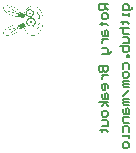
<source format=gbr>
%TF.GenerationSoftware,Altium Limited,Altium Designer,20.1.8 (145)*%
G04 Layer_Color=32896*
%FSLAX43Y43*%
%MOMM*%
%TF.SameCoordinates,5AABE4A0-D283-4886-96A5-05EAE877BFA1*%
%TF.FilePolarity,Positive*%
%TF.FileFunction,Legend,Bot*%
%TF.Part,Single*%
G01*
G75*
%TA.AperFunction,NonConductor*%
%ADD13C,0.152*%
G36*
X27658Y39184D02*
X27757D01*
Y39175D01*
X27815D01*
Y39167D01*
X27856D01*
Y39159D01*
X27889D01*
Y39151D01*
X27922D01*
Y39142D01*
X27956D01*
Y39134D01*
X27980D01*
Y39126D01*
X28013D01*
Y39117D01*
X28038D01*
Y39109D01*
X28063D01*
Y39101D01*
X28080D01*
Y39093D01*
X28104D01*
Y39084D01*
X28129D01*
Y39076D01*
X28146D01*
Y39068D01*
X28162D01*
Y39059D01*
X28187D01*
Y39051D01*
X28204D01*
Y39043D01*
X28220D01*
Y39035D01*
X28237D01*
Y39026D01*
X28253D01*
Y39018D01*
X28270D01*
Y39010D01*
X28287D01*
Y39002D01*
X28303D01*
Y38993D01*
X28320D01*
Y38985D01*
X28336D01*
Y38977D01*
X28353D01*
Y38968D01*
X28361D01*
Y38960D01*
X28378D01*
Y38952D01*
X28394D01*
Y38944D01*
X28402D01*
Y38935D01*
X28419D01*
Y38927D01*
X28427D01*
Y38919D01*
X28444D01*
Y38911D01*
X28460D01*
Y38902D01*
X28469D01*
Y38894D01*
X28477D01*
Y38886D01*
X28493D01*
Y38877D01*
X28502D01*
Y38869D01*
X28518D01*
Y38861D01*
X28526D01*
Y38853D01*
X28535D01*
Y38844D01*
X28543D01*
Y38836D01*
X28560D01*
Y38828D01*
X28568D01*
Y38820D01*
X28576D01*
Y38811D01*
X28584D01*
Y38803D01*
X28593D01*
Y38795D01*
X28609D01*
Y38786D01*
X28617D01*
Y38778D01*
X28626D01*
Y38770D01*
X28634D01*
Y38762D01*
X28642D01*
Y38753D01*
X28651D01*
Y38745D01*
X28659D01*
Y38737D01*
X28667D01*
Y38729D01*
X28675D01*
Y38712D01*
X28684D01*
Y38704D01*
X28692D01*
Y38695D01*
X28700D01*
Y38687D01*
X28717D01*
Y38679D01*
X28733D01*
Y38637D01*
X28742D01*
Y38629D01*
X28750D01*
Y38621D01*
X28758D01*
Y38613D01*
X28783D01*
Y38604D01*
X28800D01*
Y38596D01*
X28816D01*
Y38588D01*
X28833D01*
Y38580D01*
X28857D01*
Y38571D01*
X28874D01*
Y38563D01*
X28891D01*
Y38555D01*
X28907D01*
Y38546D01*
X28924D01*
Y38538D01*
X28948D01*
Y38530D01*
X28965D01*
Y38522D01*
X28982D01*
Y38513D01*
X28998D01*
Y38505D01*
X29023D01*
Y38497D01*
X29039D01*
Y38489D01*
X29048D01*
Y38505D01*
X29056D01*
Y38530D01*
X29064D01*
Y38555D01*
X29073D01*
Y38571D01*
X29081D01*
Y38588D01*
X29089D01*
Y38613D01*
X29097D01*
Y38629D01*
X29106D01*
Y38646D01*
X29114D01*
Y38662D01*
X29122D01*
Y38679D01*
X29131D01*
Y38695D01*
X29139D01*
Y38704D01*
X29147D01*
Y38720D01*
X29155D01*
Y38737D01*
X29164D01*
Y38753D01*
X29172D01*
Y38762D01*
X29180D01*
Y38778D01*
X29188D01*
Y38786D01*
X29197D01*
Y38803D01*
X29205D01*
Y38811D01*
X29213D01*
Y38828D01*
X29222D01*
Y38836D01*
X29230D01*
Y38844D01*
X29238D01*
Y38861D01*
X29246D01*
Y38869D01*
X29255D01*
Y38877D01*
X29263D01*
Y38886D01*
X29271D01*
Y38902D01*
X29279D01*
Y38911D01*
X29288D01*
Y38919D01*
X29296D01*
Y38927D01*
X29304D01*
Y38935D01*
X29313D01*
Y38944D01*
X29321D01*
Y38952D01*
X29329D01*
Y38960D01*
X29337D01*
Y38968D01*
X29346D01*
Y38977D01*
X29354D01*
Y38985D01*
X29362D01*
Y38993D01*
X29370D01*
Y39002D01*
X29387D01*
Y39010D01*
X29395D01*
Y39018D01*
X29404D01*
Y39026D01*
X29412D01*
Y39035D01*
X29428D01*
Y39043D01*
X29437D01*
Y39051D01*
X29445D01*
Y39059D01*
X29461D01*
Y39068D01*
X29470D01*
Y39076D01*
X29486D01*
Y39084D01*
X29503D01*
Y39093D01*
X29511D01*
Y39101D01*
X29528D01*
Y39109D01*
X29544D01*
Y39117D01*
X29569D01*
Y39126D01*
X29586D01*
Y39134D01*
X29602D01*
Y39142D01*
X29627D01*
Y39151D01*
X29660D01*
Y39159D01*
X29693D01*
Y39167D01*
X29743D01*
Y39175D01*
X29892D01*
Y39167D01*
X29941D01*
Y39159D01*
X29975D01*
Y39151D01*
X29999D01*
Y39142D01*
X30024D01*
Y39134D01*
X30049D01*
Y39126D01*
X30066D01*
Y39117D01*
X30082D01*
Y39109D01*
X30099D01*
Y39101D01*
X30115D01*
Y39093D01*
X30132D01*
Y39084D01*
X30148D01*
Y39076D01*
X30157D01*
Y39068D01*
X30173D01*
Y39059D01*
X30181D01*
Y39051D01*
X30198D01*
Y39043D01*
X30206D01*
Y39035D01*
X30214D01*
Y39026D01*
X30231D01*
Y39018D01*
X30239D01*
Y39010D01*
X30248D01*
Y39002D01*
X30256D01*
Y38993D01*
X30264D01*
Y38985D01*
X30281D01*
Y38977D01*
X30289D01*
Y38968D01*
X30297D01*
Y38960D01*
X30305D01*
Y38952D01*
X30314D01*
Y38944D01*
X30322D01*
Y38935D01*
X30330D01*
Y38927D01*
X30339D01*
Y38911D01*
X30347D01*
Y38902D01*
X30355D01*
Y38894D01*
X30363D01*
Y38886D01*
X30372D01*
Y38877D01*
X30380D01*
Y38861D01*
X30388D01*
Y38853D01*
X30397D01*
Y38844D01*
X30405D01*
Y38828D01*
X30413D01*
Y38820D01*
X30421D01*
Y38811D01*
X30430D01*
Y38795D01*
X30438D01*
Y38786D01*
X30446D01*
Y38770D01*
X30454D01*
Y38762D01*
X30463D01*
Y38745D01*
X30471D01*
Y38729D01*
X30479D01*
Y38720D01*
X30488D01*
Y38704D01*
X30496D01*
Y38687D01*
X30504D01*
Y38671D01*
X30512D01*
Y38654D01*
X30521D01*
Y38637D01*
X30529D01*
Y38621D01*
X30537D01*
Y38604D01*
X30545D01*
Y38580D01*
X30554D01*
Y38563D01*
X30562D01*
Y38546D01*
X30570D01*
Y38522D01*
X30579D01*
Y38505D01*
X30587D01*
Y38480D01*
X30595D01*
Y38455D01*
X30603D01*
Y38431D01*
X30612D01*
Y38398D01*
X30620D01*
Y38373D01*
X30628D01*
Y38340D01*
X30636D01*
Y38306D01*
X30645D01*
Y38265D01*
X30653D01*
Y38224D01*
X30661D01*
Y38174D01*
X30670D01*
Y38116D01*
X30678D01*
Y38025D01*
X30686D01*
Y37769D01*
X30678D01*
Y37678D01*
X30670D01*
Y37620D01*
X30661D01*
Y37570D01*
X30653D01*
Y37529D01*
X30645D01*
Y37487D01*
X30636D01*
Y37454D01*
X30628D01*
Y37421D01*
X30620D01*
Y37396D01*
X30612D01*
Y37363D01*
X30603D01*
Y37338D01*
X30595D01*
Y37314D01*
X30587D01*
Y37289D01*
X30579D01*
Y37272D01*
X30570D01*
Y37247D01*
X30562D01*
Y37231D01*
X30554D01*
Y37214D01*
X30545D01*
Y37189D01*
X30537D01*
Y37173D01*
X30529D01*
Y37156D01*
X30521D01*
Y37140D01*
X30512D01*
Y37123D01*
X30504D01*
Y37107D01*
X30496D01*
Y37090D01*
X30488D01*
Y37074D01*
X30479D01*
Y37065D01*
X30471D01*
Y37049D01*
X30463D01*
Y37032D01*
X30454D01*
Y37024D01*
X30446D01*
Y37007D01*
X30438D01*
Y36999D01*
X30430D01*
Y36983D01*
X30421D01*
Y36974D01*
X30413D01*
Y36958D01*
X30405D01*
Y36949D01*
X30397D01*
Y36941D01*
X30388D01*
Y36933D01*
X30380D01*
Y36916D01*
X30372D01*
Y36908D01*
X30363D01*
Y36900D01*
X30355D01*
Y36892D01*
X30347D01*
Y36883D01*
X30339D01*
Y36867D01*
X30330D01*
Y36858D01*
X30322D01*
Y36850D01*
X30314D01*
Y36842D01*
X30305D01*
Y36834D01*
X30297D01*
Y36825D01*
X30289D01*
Y36817D01*
X30281D01*
Y36809D01*
X30272D01*
Y36801D01*
X30256D01*
Y36792D01*
X30248D01*
Y36784D01*
X30239D01*
Y36776D01*
X30231D01*
Y36767D01*
X30214D01*
Y36759D01*
X30206D01*
Y36751D01*
X30198D01*
Y36743D01*
X30181D01*
Y36734D01*
X30173D01*
Y36726D01*
X30157D01*
Y36718D01*
X30148D01*
Y36709D01*
X30132D01*
Y36701D01*
X30115D01*
Y36693D01*
X30099D01*
Y36685D01*
X30082D01*
Y36676D01*
X30066D01*
Y36668D01*
X30049D01*
Y36660D01*
X30024D01*
Y36652D01*
X29999D01*
Y36643D01*
X29975D01*
Y36635D01*
X29941D01*
Y36627D01*
X29892D01*
Y36618D01*
X29735D01*
Y36627D01*
X29685D01*
Y36635D01*
X29660D01*
Y36643D01*
X29627D01*
Y36652D01*
X29602D01*
Y36660D01*
X29586D01*
Y36668D01*
X29561D01*
Y36676D01*
X29544D01*
Y36685D01*
X29528D01*
Y36693D01*
X29511D01*
Y36701D01*
X29503D01*
Y36709D01*
X29486D01*
Y36718D01*
X29470D01*
Y36726D01*
X29461D01*
Y36734D01*
X29445D01*
Y36743D01*
X29437D01*
Y36751D01*
X29420D01*
Y36759D01*
X29412D01*
Y36767D01*
X29404D01*
Y36776D01*
X29395D01*
Y36784D01*
X29379D01*
Y36792D01*
X29370D01*
Y36801D01*
X29362D01*
Y36809D01*
X29354D01*
Y36817D01*
X29346D01*
Y36825D01*
X29337D01*
Y36834D01*
X29329D01*
Y36842D01*
X29321D01*
Y36850D01*
X29313D01*
Y36858D01*
X29304D01*
Y36867D01*
X29296D01*
Y36875D01*
X29288D01*
Y36883D01*
X29279D01*
Y36892D01*
X29271D01*
Y36908D01*
X29263D01*
Y36916D01*
X29255D01*
Y36925D01*
X29246D01*
Y36933D01*
X29238D01*
Y36949D01*
X29230D01*
Y36958D01*
X29222D01*
Y36966D01*
X29213D01*
Y36983D01*
X29205D01*
Y36991D01*
X29197D01*
Y37007D01*
X29188D01*
Y37016D01*
X29180D01*
Y37032D01*
X29172D01*
Y37040D01*
X29164D01*
Y37057D01*
X29155D01*
Y37074D01*
X29147D01*
Y37090D01*
X29139D01*
Y37098D01*
X29131D01*
Y37115D01*
X29122D01*
Y37132D01*
X29114D01*
Y37148D01*
X29106D01*
Y37165D01*
X29097D01*
Y37181D01*
X29089D01*
Y37206D01*
X29081D01*
Y37223D01*
X29073D01*
Y37239D01*
X29064D01*
Y37264D01*
X29056D01*
Y37280D01*
X29048D01*
Y37305D01*
X29039D01*
Y37330D01*
X29031D01*
Y37322D01*
X29015D01*
Y37314D01*
X28998D01*
Y37305D01*
X28982D01*
Y37297D01*
X28957D01*
Y37289D01*
X28940D01*
Y37280D01*
X28924D01*
Y37272D01*
X28907D01*
Y37264D01*
X28882D01*
Y37256D01*
X28866D01*
Y37247D01*
X28849D01*
Y37239D01*
X28833D01*
Y37231D01*
X28808D01*
Y37223D01*
X28791D01*
Y37214D01*
X28775D01*
Y37206D01*
X28758D01*
Y37189D01*
X28750D01*
Y37181D01*
X28742D01*
Y37156D01*
X28750D01*
Y37148D01*
X28725D01*
Y37140D01*
X28717D01*
Y37132D01*
X28708D01*
Y37123D01*
X28700D01*
Y37115D01*
X28692D01*
Y37107D01*
X28684D01*
Y37098D01*
X28675D01*
Y37090D01*
X28667D01*
Y37082D01*
X28659D01*
Y37074D01*
X28651D01*
Y37065D01*
X28642D01*
Y37057D01*
X28634D01*
Y37049D01*
X28626D01*
Y37040D01*
X28617D01*
Y37032D01*
X28609D01*
Y37024D01*
X28601D01*
Y37016D01*
X28593D01*
Y37007D01*
X28576D01*
Y36999D01*
X28568D01*
Y36991D01*
X28560D01*
Y36983D01*
X28551D01*
Y36974D01*
X28535D01*
Y36966D01*
X28526D01*
Y36958D01*
X28518D01*
Y36949D01*
X28502D01*
Y36941D01*
X28493D01*
Y36933D01*
X28485D01*
Y36925D01*
X28469D01*
Y36916D01*
X28460D01*
Y36908D01*
X28444D01*
Y36900D01*
X28427D01*
Y36892D01*
X28419D01*
Y36883D01*
X28402D01*
Y36875D01*
X28394D01*
Y36867D01*
X28378D01*
Y36858D01*
X28361D01*
Y36850D01*
X28344D01*
Y36842D01*
X28336D01*
Y36834D01*
X28320D01*
Y36825D01*
X28303D01*
Y36817D01*
X28287D01*
Y36809D01*
X28270D01*
Y36801D01*
X28253D01*
Y36792D01*
X28237D01*
Y36784D01*
X28220D01*
Y36776D01*
X28195D01*
Y36767D01*
X28179D01*
Y36759D01*
X28162D01*
Y36751D01*
X28138D01*
Y36743D01*
X28121D01*
Y36734D01*
X28096D01*
Y36726D01*
X28071D01*
Y36718D01*
X28047D01*
Y36709D01*
X28022D01*
Y36701D01*
X27997D01*
Y36693D01*
X27972D01*
Y36685D01*
X27939D01*
Y36676D01*
X27906D01*
Y36668D01*
X27873D01*
Y36660D01*
X27831D01*
Y36652D01*
X27782D01*
Y36643D01*
X27699D01*
Y36635D01*
X27591D01*
Y36643D01*
X27525D01*
Y36652D01*
X27484D01*
Y36660D01*
X27459D01*
Y36668D01*
X27434D01*
Y36676D01*
X27418D01*
Y36685D01*
X27401D01*
Y36693D01*
X27393D01*
Y36701D01*
X27376D01*
Y36709D01*
X27368D01*
Y36718D01*
X27360D01*
Y36726D01*
X27351D01*
Y36734D01*
X27343D01*
Y36751D01*
X27335D01*
Y36759D01*
X27327D01*
Y36776D01*
X27318D01*
Y36792D01*
X27310D01*
Y36834D01*
X27302D01*
Y36867D01*
X27310D01*
Y36916D01*
X27318D01*
Y36941D01*
X27327D01*
Y36958D01*
X27335D01*
Y36974D01*
X27343D01*
Y36991D01*
X27351D01*
Y37007D01*
X27360D01*
Y37016D01*
X27368D01*
Y37032D01*
X27376D01*
Y37040D01*
X27385D01*
Y37057D01*
X27393D01*
Y37065D01*
X27401D01*
Y37074D01*
X27409D01*
Y37090D01*
X27418D01*
Y37098D01*
X27426D01*
Y37107D01*
X27434D01*
Y37115D01*
X27442D01*
Y37123D01*
X27451D01*
Y37132D01*
X27459D01*
Y37140D01*
X27467D01*
Y37148D01*
X27476D01*
Y37156D01*
X27484D01*
Y37165D01*
X27492D01*
Y37173D01*
X27500D01*
Y37181D01*
X27509D01*
Y37189D01*
X27517D01*
Y37198D01*
X27525D01*
Y37206D01*
X27542D01*
Y37214D01*
X27550D01*
Y37223D01*
X27558D01*
Y37231D01*
X27567D01*
Y37239D01*
X27575D01*
Y37247D01*
X27591D01*
Y37256D01*
X27600D01*
Y37264D01*
X27616D01*
Y37272D01*
X27625D01*
Y37280D01*
X27633D01*
Y37289D01*
X27649D01*
Y37297D01*
X27658D01*
Y37305D01*
X27674D01*
Y37314D01*
X27682D01*
Y37322D01*
X27699D01*
Y37330D01*
X27716D01*
Y37338D01*
X27724D01*
Y37347D01*
X27740D01*
Y37355D01*
X27757D01*
Y37363D01*
X27765D01*
Y37371D01*
X27782D01*
Y37380D01*
X27798D01*
Y37388D01*
X27815D01*
Y37396D01*
X27831D01*
Y37405D01*
X27848D01*
Y37413D01*
X27865D01*
Y37421D01*
X27881D01*
Y37429D01*
X27898D01*
Y37438D01*
X27914D01*
Y37446D01*
X27939D01*
Y37454D01*
X27956D01*
Y37462D01*
X27972D01*
Y37471D01*
X27997D01*
Y37479D01*
X28022D01*
Y37487D01*
X28038D01*
Y37496D01*
X28063D01*
Y37504D01*
X28088D01*
Y37512D01*
X28113D01*
Y37520D01*
X28138D01*
Y37529D01*
X28171D01*
Y37537D01*
X28204D01*
Y37545D01*
X28237D01*
Y37554D01*
X28278D01*
Y37562D01*
X28328D01*
Y37570D01*
X28394D01*
Y37578D01*
X28551D01*
Y37570D01*
X28609D01*
Y37562D01*
X28642D01*
Y37570D01*
X28659D01*
Y37578D01*
X28675D01*
Y37587D01*
X28692D01*
Y37595D01*
X28717D01*
Y37603D01*
X28733D01*
Y37611D01*
X28750D01*
Y37620D01*
X28766D01*
Y37628D01*
X28791D01*
Y37636D01*
X28808D01*
Y37645D01*
X28824D01*
Y37653D01*
X28841D01*
Y37661D01*
X28857D01*
Y37669D01*
X28882D01*
Y37678D01*
X28899D01*
Y37686D01*
X28915D01*
Y37694D01*
X28932D01*
Y37702D01*
X28957D01*
Y37736D01*
X28948D01*
Y38058D01*
X28957D01*
Y38116D01*
X28940D01*
Y38124D01*
X28924D01*
Y38133D01*
X28899D01*
Y38141D01*
X28882D01*
Y38149D01*
X28866D01*
Y38158D01*
X28849D01*
Y38166D01*
X28833D01*
Y38174D01*
X28808D01*
Y38182D01*
X28791D01*
Y38191D01*
X28775D01*
Y38199D01*
X28758D01*
Y38207D01*
X28733D01*
Y38215D01*
X28717D01*
Y38224D01*
X28700D01*
Y38232D01*
X28684D01*
Y38240D01*
X28659D01*
Y38249D01*
X28642D01*
Y38257D01*
X28626D01*
Y38265D01*
X28601D01*
Y38257D01*
X28551D01*
Y38249D01*
X28378D01*
Y38257D01*
X28311D01*
Y38265D01*
X28262D01*
Y38273D01*
X28220D01*
Y38282D01*
X28187D01*
Y38290D01*
X28154D01*
Y38298D01*
X28129D01*
Y38306D01*
X28096D01*
Y38315D01*
X28071D01*
Y38323D01*
X28047D01*
Y38331D01*
X28030D01*
Y38340D01*
X28005D01*
Y38348D01*
X27980D01*
Y38356D01*
X27964D01*
Y38364D01*
X27939D01*
Y38373D01*
X27922D01*
Y38381D01*
X27906D01*
Y38389D01*
X27889D01*
Y38398D01*
X27865D01*
Y38406D01*
X27848D01*
Y38414D01*
X27831D01*
Y38422D01*
X27815D01*
Y38431D01*
X27798D01*
Y38439D01*
X27782D01*
Y38447D01*
X27773D01*
Y38455D01*
X27757D01*
Y38464D01*
X27740D01*
Y38472D01*
X27724D01*
Y38480D01*
X27716D01*
Y38489D01*
X27699D01*
Y38497D01*
X27682D01*
Y38505D01*
X27674D01*
Y38513D01*
X27658D01*
Y38522D01*
X27649D01*
Y38530D01*
X27633D01*
Y38538D01*
X27625D01*
Y38546D01*
X27608D01*
Y38555D01*
X27600D01*
Y38563D01*
X27591D01*
Y38571D01*
X27575D01*
Y38580D01*
X27567D01*
Y38588D01*
X27558D01*
Y38596D01*
X27550D01*
Y38604D01*
X27534D01*
Y38613D01*
X27525D01*
Y38621D01*
X27517D01*
Y38629D01*
X27509D01*
Y38637D01*
X27500D01*
Y38646D01*
X27492D01*
Y38654D01*
X27476D01*
Y38662D01*
X27467D01*
Y38671D01*
X27459D01*
Y38679D01*
X27451D01*
Y38687D01*
X27442D01*
Y38695D01*
X27434D01*
Y38712D01*
X27426D01*
Y38720D01*
X27418D01*
Y38729D01*
X27409D01*
Y38737D01*
X27401D01*
Y38745D01*
X27393D01*
Y38753D01*
X27385D01*
Y38770D01*
X27376D01*
Y38778D01*
X27368D01*
Y38795D01*
X27360D01*
Y38803D01*
X27351D01*
Y38820D01*
X27343D01*
Y38828D01*
X27335D01*
Y38844D01*
X27327D01*
Y38861D01*
X27318D01*
Y38886D01*
X27310D01*
Y38902D01*
X27302D01*
Y38944D01*
X27294D01*
Y39010D01*
X27302D01*
Y39035D01*
X27310D01*
Y39051D01*
X27318D01*
Y39068D01*
X27327D01*
Y39084D01*
X27335D01*
Y39093D01*
X27343D01*
Y39101D01*
X27351D01*
Y39109D01*
X27360D01*
Y39117D01*
X27368D01*
Y39126D01*
X27385D01*
Y39134D01*
X27393D01*
Y39142D01*
X27409D01*
Y39151D01*
X27434D01*
Y39159D01*
X27451D01*
Y39167D01*
X27484D01*
Y39175D01*
X27517D01*
Y39184D01*
X27608D01*
Y39192D01*
X27658D01*
Y39184D01*
D02*
G37*
%LPC*%
G36*
X28717Y38621D02*
X28708D01*
Y38604D01*
X28700D01*
Y38580D01*
X28692D01*
Y38563D01*
X28684D01*
Y38546D01*
X28675D01*
Y38530D01*
X28667D01*
Y38505D01*
X28675D01*
Y38522D01*
X28684D01*
Y38538D01*
X28692D01*
Y38555D01*
X28700D01*
Y38571D01*
X28708D01*
Y38596D01*
X28717D01*
Y38621D01*
D02*
G37*
G36*
X27716Y39159D02*
X27558D01*
Y39151D01*
X27500D01*
Y39142D01*
X27467D01*
Y39134D01*
X27442D01*
Y39126D01*
X27426D01*
Y39117D01*
X27409D01*
Y39109D01*
X27393D01*
Y39101D01*
X27385D01*
Y39093D01*
X27376D01*
Y39084D01*
X27368D01*
Y39076D01*
X27360D01*
Y39068D01*
X27351D01*
Y39059D01*
X27343D01*
Y39043D01*
X27335D01*
Y39018D01*
X27327D01*
Y38927D01*
X27335D01*
Y38894D01*
X27343D01*
Y38877D01*
X27351D01*
Y38861D01*
X27360D01*
Y38844D01*
X27368D01*
Y38828D01*
X27376D01*
Y38811D01*
X27385D01*
Y38803D01*
X27393D01*
Y38795D01*
X27401D01*
Y38778D01*
X27409D01*
Y38770D01*
X27418D01*
Y38762D01*
X27426D01*
Y38753D01*
X27434D01*
Y38737D01*
X27442D01*
Y38729D01*
X27451D01*
Y38720D01*
X27459D01*
Y38712D01*
X27467D01*
Y38704D01*
X27476D01*
Y38695D01*
X27484D01*
Y38687D01*
X27492D01*
Y38679D01*
X27500D01*
Y38671D01*
X27509D01*
Y38662D01*
X27517D01*
Y38654D01*
X27525D01*
Y38646D01*
X27542D01*
Y38637D01*
X27550D01*
Y38629D01*
X27558D01*
Y38621D01*
X27567D01*
Y38613D01*
X27583D01*
Y38604D01*
X27591D01*
Y38596D01*
X27600D01*
Y38588D01*
X27616D01*
Y38580D01*
X27625D01*
Y38571D01*
X27633D01*
Y38563D01*
X27649D01*
Y38555D01*
X27658D01*
Y38546D01*
X27674D01*
Y38538D01*
X27682D01*
Y38530D01*
X27699D01*
Y38522D01*
X27716D01*
Y38513D01*
X27724D01*
Y38505D01*
X27740D01*
Y38497D01*
X27757D01*
Y38489D01*
X27765D01*
Y38480D01*
X27782D01*
Y38472D01*
X27798D01*
Y38464D01*
X27815D01*
Y38455D01*
X27831D01*
Y38447D01*
X27848D01*
Y38439D01*
X27865D01*
Y38431D01*
X27881D01*
Y38422D01*
X27898D01*
Y38414D01*
X27914D01*
Y38406D01*
X27939D01*
Y38398D01*
X27956D01*
Y38389D01*
X27972D01*
Y38381D01*
X27997D01*
Y38373D01*
X28022D01*
Y38364D01*
X28038D01*
Y38356D01*
X28063D01*
Y38348D01*
X28088D01*
Y38340D01*
X28113D01*
Y38331D01*
X28146D01*
Y38323D01*
X28179D01*
Y38315D01*
X28204D01*
Y38306D01*
X28245D01*
Y38298D01*
X28287D01*
Y38290D01*
X28344D01*
Y38282D01*
X28518D01*
Y38298D01*
X28526D01*
Y38315D01*
X28535D01*
Y38331D01*
X28543D01*
Y38348D01*
X28551D01*
Y38373D01*
X28560D01*
Y38389D01*
X28568D01*
Y38406D01*
X28576D01*
Y38422D01*
X28584D01*
Y38447D01*
X28593D01*
Y38464D01*
X28601D01*
Y38480D01*
X28609D01*
Y38489D01*
X28601D01*
Y38497D01*
X28584D01*
Y38505D01*
X28568D01*
Y38513D01*
X28551D01*
Y38522D01*
X28543D01*
Y38530D01*
X28526D01*
Y38538D01*
X28510D01*
Y38546D01*
X28502D01*
Y38555D01*
X28485D01*
Y38563D01*
X28469D01*
Y38571D01*
X28460D01*
Y38580D01*
X28444D01*
Y38588D01*
X28427D01*
Y38596D01*
X28419D01*
Y38604D01*
X28402D01*
Y38613D01*
X28394D01*
Y38621D01*
X28378D01*
Y38629D01*
X28361D01*
Y38637D01*
X28353D01*
Y38646D01*
X28336D01*
Y38654D01*
X28328D01*
Y38662D01*
X28311D01*
Y38671D01*
X28303D01*
Y38679D01*
X28287D01*
Y38687D01*
X28278D01*
Y38695D01*
X28262D01*
Y38704D01*
X28253D01*
Y38712D01*
X28237D01*
Y38720D01*
X28229D01*
Y38729D01*
X28212D01*
Y38737D01*
X28204D01*
Y38745D01*
X28187D01*
Y38753D01*
X28179D01*
Y38762D01*
X28162D01*
Y38770D01*
X28154D01*
Y38778D01*
X28138D01*
Y38786D01*
X28129D01*
Y38795D01*
X28121D01*
Y38803D01*
X28104D01*
Y38811D01*
X28096D01*
Y38820D01*
X28080D01*
Y38828D01*
X28071D01*
Y38836D01*
X28055D01*
Y38844D01*
X28047D01*
Y38853D01*
X28038D01*
Y38861D01*
X28022D01*
Y38869D01*
X28013D01*
Y38877D01*
X27997D01*
Y38886D01*
X27989D01*
Y38894D01*
X27980D01*
Y38902D01*
X27964D01*
Y38911D01*
X27956D01*
Y38919D01*
X27939D01*
Y38927D01*
X27931D01*
Y38935D01*
X27922D01*
Y38944D01*
X27906D01*
Y38952D01*
X27898D01*
Y38960D01*
X27889D01*
Y38968D01*
X27873D01*
Y38977D01*
X27865D01*
Y38985D01*
X27856D01*
Y38993D01*
X27848D01*
Y39002D01*
X27831D01*
Y39010D01*
X27823D01*
Y39018D01*
X27815D01*
Y39026D01*
X27807D01*
Y39035D01*
X27798D01*
Y39043D01*
X27807D01*
Y39035D01*
X27823D01*
Y39026D01*
X27840D01*
Y39018D01*
X27856D01*
Y39010D01*
X27873D01*
Y39002D01*
X27881D01*
Y38993D01*
X27898D01*
Y38985D01*
X27914D01*
Y38977D01*
X27922D01*
Y38968D01*
X27939D01*
Y38960D01*
X27956D01*
Y38952D01*
X27964D01*
Y38944D01*
X27980D01*
Y38935D01*
X27997D01*
Y38927D01*
X28005D01*
Y38919D01*
X28022D01*
Y38911D01*
X28030D01*
Y38902D01*
X28047D01*
Y38894D01*
X28055D01*
Y38886D01*
X28071D01*
Y38877D01*
X28080D01*
Y38869D01*
X28096D01*
Y38861D01*
X28104D01*
Y38853D01*
X28121D01*
Y38844D01*
X28129D01*
Y38836D01*
X28146D01*
Y38828D01*
X28154D01*
Y38820D01*
X28171D01*
Y38811D01*
X28179D01*
Y38803D01*
X28195D01*
Y38795D01*
X28204D01*
Y38786D01*
X28220D01*
Y38778D01*
X28229D01*
Y38770D01*
X28245D01*
Y38762D01*
X28253D01*
Y38753D01*
X28270D01*
Y38745D01*
X28278D01*
Y38737D01*
X28295D01*
Y38729D01*
X28303D01*
Y38720D01*
X28320D01*
Y38712D01*
X28328D01*
Y38704D01*
X28336D01*
Y38695D01*
X28353D01*
Y38687D01*
X28361D01*
Y38679D01*
X28378D01*
Y38671D01*
X28386D01*
Y38662D01*
X28402D01*
Y38654D01*
X28411D01*
Y38646D01*
X28419D01*
Y38637D01*
X28435D01*
Y38629D01*
X28444D01*
Y38621D01*
X28452D01*
Y38613D01*
X28469D01*
Y38604D01*
X28477D01*
Y38596D01*
X28485D01*
Y38588D01*
X28502D01*
Y38580D01*
X28510D01*
Y38571D01*
X28518D01*
Y38563D01*
X28535D01*
Y38555D01*
X28543D01*
Y38546D01*
X28551D01*
Y38538D01*
X28568D01*
Y38530D01*
X28576D01*
Y38522D01*
X28584D01*
Y38513D01*
X28593D01*
Y38505D01*
X28601D01*
Y38497D01*
X28617D01*
Y38522D01*
X28626D01*
Y38538D01*
X28634D01*
Y38555D01*
X28642D01*
Y38571D01*
X28651D01*
Y38588D01*
X28659D01*
Y38613D01*
X28667D01*
Y38629D01*
X28675D01*
Y38646D01*
X28684D01*
Y38671D01*
X28675D01*
Y38687D01*
X28667D01*
Y38695D01*
X28659D01*
Y38704D01*
X28651D01*
Y38712D01*
X28642D01*
Y38720D01*
X28634D01*
Y38729D01*
X28626D01*
Y38737D01*
X28617D01*
Y38745D01*
X28609D01*
Y38753D01*
X28601D01*
Y38762D01*
X28593D01*
Y38770D01*
X28584D01*
Y38778D01*
X28576D01*
Y38786D01*
X28568D01*
Y38795D01*
X28551D01*
Y38803D01*
X28543D01*
Y38811D01*
X28535D01*
Y38820D01*
X28526D01*
Y38828D01*
X28510D01*
Y38836D01*
X28502D01*
Y38844D01*
X28493D01*
Y38853D01*
X28477D01*
Y38861D01*
X28469D01*
Y38869D01*
X28460D01*
Y38877D01*
X28444D01*
Y38886D01*
X28435D01*
Y38894D01*
X28419D01*
Y38902D01*
X28402D01*
Y38911D01*
X28394D01*
Y38919D01*
X28378D01*
Y38927D01*
X28369D01*
Y38935D01*
X28353D01*
Y38944D01*
X28336D01*
Y38952D01*
X28320D01*
Y38960D01*
X28303D01*
Y38968D01*
X28295D01*
Y38977D01*
X28278D01*
Y38985D01*
X28262D01*
Y38993D01*
X28245D01*
Y39002D01*
X28229D01*
Y39010D01*
X28212D01*
Y39018D01*
X28187D01*
Y39026D01*
X28171D01*
Y39035D01*
X28154D01*
Y39043D01*
X28129D01*
Y39051D01*
X28113D01*
Y39059D01*
X28088D01*
Y39068D01*
X28071D01*
Y39076D01*
X28047D01*
Y39084D01*
X28022D01*
Y39093D01*
X27997D01*
Y39101D01*
X27972D01*
Y39109D01*
X27939D01*
Y39117D01*
X27906D01*
Y39126D01*
X27873D01*
Y39134D01*
X27831D01*
Y39142D01*
X27782D01*
Y39151D01*
X27716D01*
Y39159D01*
D02*
G37*
G36*
X28667Y38505D02*
X28659D01*
Y38489D01*
X28651D01*
Y38472D01*
X28642D01*
Y38455D01*
X28634D01*
Y38431D01*
X28642D01*
Y38447D01*
X28651D01*
Y38464D01*
X28659D01*
Y38480D01*
X28667D01*
Y38505D01*
D02*
G37*
G36*
X28634Y38431D02*
X28626D01*
Y38414D01*
X28617D01*
Y38398D01*
X28609D01*
Y38381D01*
X28601D01*
Y38356D01*
X28609D01*
Y38373D01*
X28617D01*
Y38389D01*
X28626D01*
Y38406D01*
X28634D01*
Y38431D01*
D02*
G37*
G36*
X28601Y38356D02*
X28593D01*
Y38340D01*
X28584D01*
Y38323D01*
X28576D01*
Y38306D01*
X28568D01*
Y38282D01*
X28576D01*
Y38298D01*
X28584D01*
Y38315D01*
X28593D01*
Y38331D01*
X28601D01*
Y38356D01*
D02*
G37*
G36*
X29826Y39151D02*
X29809D01*
Y39142D01*
X29718D01*
Y39134D01*
X29677D01*
Y39126D01*
X29644D01*
Y39117D01*
X29619D01*
Y39109D01*
X29602D01*
Y39101D01*
X29577D01*
Y39093D01*
X29561D01*
Y39084D01*
X29544D01*
Y39076D01*
X29528D01*
Y39068D01*
X29511D01*
Y39059D01*
X29495D01*
Y39051D01*
X29486D01*
Y39043D01*
X29470D01*
Y39035D01*
X29461D01*
Y39026D01*
X29445D01*
Y39018D01*
X29437D01*
Y39010D01*
X29428D01*
Y39002D01*
X29412D01*
Y38993D01*
X29404D01*
Y38985D01*
X29395D01*
Y38977D01*
X29387D01*
Y38968D01*
X29379D01*
Y38960D01*
X29370D01*
Y38952D01*
X29362D01*
Y38944D01*
X29354D01*
Y38935D01*
X29346D01*
Y38927D01*
X29337D01*
Y38919D01*
X29329D01*
Y38911D01*
X29321D01*
Y38902D01*
X29313D01*
Y38894D01*
X29304D01*
Y38886D01*
X29296D01*
Y38877D01*
X29288D01*
Y38869D01*
X29279D01*
Y38853D01*
X29271D01*
Y38844D01*
X29263D01*
Y38836D01*
X29255D01*
Y38820D01*
X29246D01*
Y38811D01*
X29238D01*
Y38803D01*
X29230D01*
Y38786D01*
X29222D01*
Y38778D01*
X29213D01*
Y38762D01*
X29205D01*
Y38753D01*
X29197D01*
Y38737D01*
X29188D01*
Y38720D01*
X29180D01*
Y38712D01*
X29172D01*
Y38695D01*
X29164D01*
Y38679D01*
X29155D01*
Y38662D01*
X29147D01*
Y38646D01*
X29139D01*
Y38629D01*
X29131D01*
Y38613D01*
X29122D01*
Y38596D01*
X29114D01*
Y38580D01*
X29106D01*
Y38555D01*
X29097D01*
Y38538D01*
X29089D01*
Y38513D01*
X29081D01*
Y38497D01*
X29073D01*
Y38472D01*
X29097D01*
Y38464D01*
X29114D01*
Y38455D01*
X29131D01*
Y38447D01*
X29147D01*
Y38439D01*
X29164D01*
Y38431D01*
X29188D01*
Y38422D01*
X29180D01*
Y38406D01*
X29172D01*
Y38389D01*
X29164D01*
Y38373D01*
X29155D01*
Y38348D01*
X29147D01*
Y38331D01*
X29139D01*
Y38315D01*
X29131D01*
Y38298D01*
X29122D01*
Y38273D01*
X29114D01*
Y38257D01*
X29106D01*
Y38240D01*
X29097D01*
Y38224D01*
X29089D01*
Y38199D01*
X29081D01*
Y38182D01*
X29073D01*
Y38166D01*
X29064D01*
Y38149D01*
X29056D01*
Y38133D01*
X29048D01*
Y38108D01*
X29039D01*
Y38091D01*
X29031D01*
Y38083D01*
X29015D01*
Y38091D01*
X28998D01*
Y38100D01*
X28990D01*
Y38091D01*
X28982D01*
Y37984D01*
X28973D01*
Y37810D01*
X28982D01*
Y37719D01*
X28990D01*
Y37727D01*
X29006D01*
Y37736D01*
X29031D01*
Y37744D01*
X29039D01*
Y37736D01*
X29048D01*
Y37719D01*
X29056D01*
Y37702D01*
X29064D01*
Y37686D01*
X29073D01*
Y37661D01*
X29081D01*
Y37645D01*
X29089D01*
Y37628D01*
X29097D01*
Y37611D01*
X29106D01*
Y37587D01*
X29114D01*
Y37570D01*
X29122D01*
Y37554D01*
X29131D01*
Y37537D01*
X29139D01*
Y37512D01*
X29147D01*
Y37496D01*
X29155D01*
Y37479D01*
X29164D01*
Y37462D01*
X29172D01*
Y37446D01*
X29180D01*
Y37421D01*
X29188D01*
Y37405D01*
X29197D01*
Y37396D01*
X29180D01*
Y37388D01*
X29164D01*
Y37380D01*
X29147D01*
Y37371D01*
X29122D01*
Y37363D01*
X29106D01*
Y37355D01*
X29089D01*
Y37347D01*
X29073D01*
Y37338D01*
X29064D01*
Y37322D01*
X29073D01*
Y37297D01*
X29081D01*
Y37280D01*
X29089D01*
Y37256D01*
X29097D01*
Y37239D01*
X29106D01*
Y37214D01*
X29114D01*
Y37198D01*
X29122D01*
Y37181D01*
X29131D01*
Y37165D01*
X29139D01*
Y37148D01*
X29147D01*
Y37132D01*
X29155D01*
Y37115D01*
X29164D01*
Y37098D01*
X29172D01*
Y37082D01*
X29180D01*
Y37074D01*
X29188D01*
Y37057D01*
X29197D01*
Y37040D01*
X29205D01*
Y37032D01*
X29213D01*
Y37016D01*
X29222D01*
Y37007D01*
X29230D01*
Y36991D01*
X29238D01*
Y36983D01*
X29246D01*
Y36966D01*
X29255D01*
Y36958D01*
X29263D01*
Y36949D01*
X29271D01*
Y36941D01*
X29279D01*
Y36925D01*
X29288D01*
Y36916D01*
X29296D01*
Y36908D01*
X29304D01*
Y36900D01*
X29313D01*
Y36892D01*
X29321D01*
Y36883D01*
X29329D01*
Y36875D01*
X29337D01*
Y36867D01*
X29346D01*
Y36858D01*
X29354D01*
Y36850D01*
X29362D01*
Y36842D01*
X29370D01*
Y36834D01*
X29379D01*
Y36825D01*
X29387D01*
Y36817D01*
X29395D01*
Y36809D01*
X29404D01*
Y36801D01*
X29412D01*
Y36792D01*
X29428D01*
Y36784D01*
X29437D01*
Y36776D01*
X29445D01*
Y36767D01*
X29461D01*
Y36759D01*
X29470D01*
Y36751D01*
X29486D01*
Y36743D01*
X29495D01*
Y36734D01*
X29511D01*
Y36726D01*
X29528D01*
Y36718D01*
X29544D01*
Y36709D01*
X29561D01*
Y36701D01*
X29577D01*
Y36693D01*
X29594D01*
Y36685D01*
X29619D01*
Y36676D01*
X29644D01*
Y36668D01*
X29677D01*
Y36660D01*
X29718D01*
Y36652D01*
X29801D01*
Y36643D01*
X29834D01*
Y36652D01*
X29917D01*
Y36660D01*
X29958D01*
Y36668D01*
X29991D01*
Y36676D01*
X30016D01*
Y36685D01*
X30032D01*
Y36693D01*
X30057D01*
Y36701D01*
X30074D01*
Y36709D01*
X30090D01*
Y36718D01*
X30107D01*
Y36726D01*
X30123D01*
Y36734D01*
X30132D01*
Y36743D01*
X30148D01*
Y36751D01*
X30157D01*
Y36759D01*
X30173D01*
Y36767D01*
X30181D01*
Y36776D01*
X30198D01*
Y36784D01*
X30206D01*
Y36792D01*
X30214D01*
Y36801D01*
X30223D01*
Y36809D01*
X30239D01*
Y36817D01*
X30248D01*
Y36825D01*
X30256D01*
Y36834D01*
X30264D01*
Y36842D01*
X30272D01*
Y36850D01*
X30281D01*
Y36858D01*
X30289D01*
Y36867D01*
X30297D01*
Y36875D01*
X30305D01*
Y36883D01*
X30314D01*
Y36892D01*
X30322D01*
Y36900D01*
X30330D01*
Y36908D01*
X30339D01*
Y36925D01*
X30347D01*
Y36933D01*
X30355D01*
Y36941D01*
X30363D01*
Y36949D01*
X30372D01*
Y36966D01*
X30380D01*
Y36974D01*
X30388D01*
Y36983D01*
X30397D01*
Y36999D01*
X30405D01*
Y37007D01*
X30413D01*
Y37024D01*
X30421D01*
Y37032D01*
X30430D01*
Y37049D01*
X30438D01*
Y37065D01*
X30446D01*
Y37074D01*
X30454D01*
Y37090D01*
X30463D01*
Y37107D01*
X30471D01*
Y37123D01*
X30479D01*
Y37140D01*
X30488D01*
Y37148D01*
X30496D01*
Y37173D01*
X30504D01*
Y37189D01*
X30512D01*
Y37206D01*
X30521D01*
Y37223D01*
X30529D01*
Y37239D01*
X30537D01*
Y37264D01*
X30545D01*
Y37289D01*
X30554D01*
Y37305D01*
X30562D01*
Y37330D01*
X30570D01*
Y37355D01*
X30579D01*
Y37380D01*
X30587D01*
Y37413D01*
X30595D01*
Y37446D01*
X30603D01*
Y37471D01*
X30612D01*
Y37512D01*
X30620D01*
Y37554D01*
X30628D01*
Y37595D01*
X30636D01*
Y37653D01*
X30645D01*
Y37736D01*
X30653D01*
Y38058D01*
X30645D01*
Y38141D01*
X30636D01*
Y38199D01*
X30628D01*
Y38240D01*
X30620D01*
Y38282D01*
X30612D01*
Y38323D01*
X30603D01*
Y38348D01*
X30595D01*
Y38381D01*
X30587D01*
Y38414D01*
X30579D01*
Y38439D01*
X30570D01*
Y38464D01*
X30562D01*
Y38489D01*
X30554D01*
Y38505D01*
X30545D01*
Y38530D01*
X30537D01*
Y38555D01*
X30529D01*
Y38571D01*
X30521D01*
Y38588D01*
X30512D01*
Y38604D01*
X30504D01*
Y38621D01*
X30496D01*
Y38637D01*
X30488D01*
Y38654D01*
X30479D01*
Y38671D01*
X30471D01*
Y38687D01*
X30463D01*
Y38704D01*
X30454D01*
Y38720D01*
X30446D01*
Y38729D01*
X30438D01*
Y38745D01*
X30430D01*
Y38762D01*
X30421D01*
Y38770D01*
X30413D01*
Y38786D01*
X30405D01*
Y38795D01*
X30397D01*
Y38811D01*
X30388D01*
Y38820D01*
X30380D01*
Y38828D01*
X30372D01*
Y38844D01*
X30363D01*
Y38853D01*
X30355D01*
Y38861D01*
X30347D01*
Y38869D01*
X30339D01*
Y38877D01*
X30330D01*
Y38894D01*
X30322D01*
Y38902D01*
X30314D01*
Y38911D01*
X30305D01*
Y38919D01*
X30297D01*
Y38927D01*
X30289D01*
Y38935D01*
X30281D01*
Y38944D01*
X30272D01*
Y38952D01*
X30264D01*
Y38960D01*
X30256D01*
Y38968D01*
X30248D01*
Y38977D01*
X30239D01*
Y38985D01*
X30223D01*
Y38993D01*
X30214D01*
Y39002D01*
X30206D01*
Y39010D01*
X30198D01*
Y39018D01*
X30181D01*
Y39026D01*
X30173D01*
Y39035D01*
X30157D01*
Y39043D01*
X30148D01*
Y39051D01*
X30132D01*
Y39059D01*
X30115D01*
Y39068D01*
X30107D01*
Y39076D01*
X30090D01*
Y39084D01*
X30074D01*
Y39093D01*
X30049D01*
Y39101D01*
X30032D01*
Y39109D01*
X30008D01*
Y39117D01*
X29983D01*
Y39126D01*
X29958D01*
Y39134D01*
X29917D01*
Y39142D01*
X29826D01*
Y39151D01*
D02*
G37*
G36*
X28584Y37537D02*
X28576D01*
Y37529D01*
X28584D01*
Y37504D01*
X28593D01*
Y37487D01*
X28601D01*
Y37471D01*
X28609D01*
Y37454D01*
X28617D01*
Y37429D01*
X28626D01*
Y37413D01*
X28634D01*
Y37396D01*
X28642D01*
Y37380D01*
X28651D01*
Y37355D01*
X28659D01*
Y37338D01*
X28667D01*
Y37322D01*
X28675D01*
Y37305D01*
X28684D01*
Y37289D01*
X28692D01*
Y37264D01*
X28700D01*
Y37247D01*
X28708D01*
Y37231D01*
X28717D01*
Y37214D01*
X28725D01*
Y37206D01*
X28733D01*
Y37214D01*
X28725D01*
Y37239D01*
X28717D01*
Y37256D01*
X28708D01*
Y37272D01*
X28700D01*
Y37289D01*
X28692D01*
Y37314D01*
X28684D01*
Y37330D01*
X28675D01*
Y37347D01*
X28667D01*
Y37363D01*
X28659D01*
Y37388D01*
X28651D01*
Y37405D01*
X28642D01*
Y37421D01*
X28634D01*
Y37438D01*
X28626D01*
Y37454D01*
X28617D01*
Y37479D01*
X28609D01*
Y37496D01*
X28601D01*
Y37512D01*
X28593D01*
Y37529D01*
X28584D01*
Y37537D01*
D02*
G37*
G36*
X28526Y37545D02*
X28361D01*
Y37537D01*
X28311D01*
Y37529D01*
X28262D01*
Y37520D01*
X28220D01*
Y37512D01*
X28187D01*
Y37504D01*
X28162D01*
Y37496D01*
X28129D01*
Y37487D01*
X28104D01*
Y37479D01*
X28080D01*
Y37471D01*
X28055D01*
Y37462D01*
X28030D01*
Y37454D01*
X28013D01*
Y37446D01*
X27989D01*
Y37438D01*
X27972D01*
Y37429D01*
X27947D01*
Y37421D01*
X27931D01*
Y37413D01*
X27914D01*
Y37405D01*
X27898D01*
Y37396D01*
X27873D01*
Y37388D01*
X27856D01*
Y37380D01*
X27840D01*
Y37371D01*
X27823D01*
Y37363D01*
X27815D01*
Y37355D01*
X27798D01*
Y37347D01*
X27782D01*
Y37338D01*
X27765D01*
Y37330D01*
X27749D01*
Y37322D01*
X27740D01*
Y37314D01*
X27724D01*
Y37305D01*
X27707D01*
Y37297D01*
X27699D01*
Y37289D01*
X27682D01*
Y37280D01*
X27674D01*
Y37272D01*
X27658D01*
Y37264D01*
X27649D01*
Y37256D01*
X27633D01*
Y37247D01*
X27625D01*
Y37239D01*
X27616D01*
Y37231D01*
X27600D01*
Y37223D01*
X27591D01*
Y37214D01*
X27583D01*
Y37206D01*
X27575D01*
Y37198D01*
X27558D01*
Y37189D01*
X27550D01*
Y37181D01*
X27542D01*
Y37173D01*
X27534D01*
Y37165D01*
X27525D01*
Y37156D01*
X27517D01*
Y37148D01*
X27509D01*
Y37140D01*
X27492D01*
Y37132D01*
X27484D01*
Y37115D01*
X27476D01*
Y37107D01*
X27467D01*
Y37098D01*
X27459D01*
Y37090D01*
X27451D01*
Y37082D01*
X27442D01*
Y37074D01*
X27434D01*
Y37065D01*
X27426D01*
Y37057D01*
X27418D01*
Y37040D01*
X27409D01*
Y37032D01*
X27401D01*
Y37016D01*
X27393D01*
Y37007D01*
X27385D01*
Y36991D01*
X27376D01*
Y36983D01*
X27368D01*
Y36966D01*
X27360D01*
Y36941D01*
X27351D01*
Y36925D01*
X27343D01*
Y36892D01*
X27335D01*
Y36817D01*
X27343D01*
Y36784D01*
X27351D01*
Y36767D01*
X27360D01*
Y36759D01*
X27368D01*
Y36751D01*
X27376D01*
Y36743D01*
X27385D01*
Y36734D01*
X27393D01*
Y36726D01*
X27401D01*
Y36718D01*
X27418D01*
Y36709D01*
X27434D01*
Y36701D01*
X27451D01*
Y36693D01*
X27476D01*
Y36685D01*
X27509D01*
Y36676D01*
X27558D01*
Y36668D01*
X27732D01*
Y36676D01*
X27798D01*
Y36685D01*
X27848D01*
Y36693D01*
X27889D01*
Y36701D01*
X27922D01*
Y36709D01*
X27956D01*
Y36718D01*
X27980D01*
Y36726D01*
X28005D01*
Y36734D01*
X28038D01*
Y36743D01*
X28063D01*
Y36751D01*
X28080D01*
Y36759D01*
X28104D01*
Y36767D01*
X28129D01*
Y36776D01*
X28146D01*
Y36784D01*
X28162D01*
Y36792D01*
X28187D01*
Y36801D01*
X28204D01*
Y36809D01*
X28220D01*
Y36817D01*
X28237D01*
Y36825D01*
X28253D01*
Y36834D01*
X28270D01*
Y36842D01*
X28287D01*
Y36850D01*
X28303D01*
Y36858D01*
X28320D01*
Y36867D01*
X28336D01*
Y36875D01*
X28353D01*
Y36883D01*
X28361D01*
Y36892D01*
X28378D01*
Y36900D01*
X28394D01*
Y36908D01*
X28402D01*
Y36916D01*
X28419D01*
Y36925D01*
X28427D01*
Y36933D01*
X28444D01*
Y36941D01*
X28460D01*
Y36949D01*
X28469D01*
Y36958D01*
X28477D01*
Y36966D01*
X28493D01*
Y36974D01*
X28502D01*
Y36983D01*
X28518D01*
Y36991D01*
X28526D01*
Y36999D01*
X28535D01*
Y37007D01*
X28543D01*
Y37016D01*
X28560D01*
Y37024D01*
X28568D01*
Y37032D01*
X28576D01*
Y37040D01*
X28584D01*
Y37049D01*
X28593D01*
Y37057D01*
X28601D01*
Y37065D01*
X28609D01*
Y37074D01*
X28617D01*
Y37082D01*
X28626D01*
Y37090D01*
X28634D01*
Y37098D01*
X28642D01*
Y37107D01*
X28651D01*
Y37115D01*
X28659D01*
Y37123D01*
X28667D01*
Y37132D01*
X28675D01*
Y37140D01*
X28684D01*
Y37148D01*
X28692D01*
Y37181D01*
X28684D01*
Y37198D01*
X28675D01*
Y37223D01*
X28667D01*
Y37239D01*
X28659D01*
Y37256D01*
X28651D01*
Y37272D01*
X28642D01*
Y37297D01*
X28634D01*
Y37314D01*
X28626D01*
Y37330D01*
X28617D01*
Y37347D01*
X28593D01*
Y37338D01*
X28568D01*
Y37330D01*
X28543D01*
Y37322D01*
X28518D01*
Y37314D01*
X28493D01*
Y37305D01*
X28469D01*
Y37297D01*
X28435D01*
Y37289D01*
X28411D01*
Y37280D01*
X28378D01*
Y37272D01*
X28353D01*
Y37264D01*
X28320D01*
Y37256D01*
X28295D01*
Y37247D01*
X28262D01*
Y37239D01*
X28229D01*
Y37231D01*
X28195D01*
Y37223D01*
X28171D01*
Y37214D01*
X28138D01*
Y37206D01*
X28104D01*
Y37198D01*
X28071D01*
Y37189D01*
X28030D01*
Y37181D01*
X27997D01*
Y37173D01*
X27964D01*
Y37165D01*
X27931D01*
Y37156D01*
X27889D01*
Y37148D01*
X27856D01*
Y37140D01*
X27815D01*
Y37132D01*
X27773D01*
Y37123D01*
X27732D01*
Y37115D01*
X27674D01*
Y37107D01*
X27641D01*
Y37115D01*
X27666D01*
Y37123D01*
X27682D01*
Y37132D01*
X27707D01*
Y37140D01*
X27732D01*
Y37148D01*
X27757D01*
Y37156D01*
X27782D01*
Y37165D01*
X27815D01*
Y37173D01*
X27840D01*
Y37181D01*
X27873D01*
Y37189D01*
X27898D01*
Y37198D01*
X27922D01*
Y37206D01*
X27956D01*
Y37214D01*
X27989D01*
Y37223D01*
X28022D01*
Y37231D01*
X28047D01*
Y37239D01*
X28080D01*
Y37247D01*
X28113D01*
Y37256D01*
X28146D01*
Y37264D01*
X28179D01*
Y37272D01*
X28212D01*
Y37280D01*
X28245D01*
Y37289D01*
X28287D01*
Y37297D01*
X28320D01*
Y37305D01*
X28353D01*
Y37314D01*
X28394D01*
Y37322D01*
X28427D01*
Y37330D01*
X28469D01*
Y37338D01*
X28518D01*
Y37347D01*
X28560D01*
Y37355D01*
X28609D01*
Y37371D01*
X28601D01*
Y37388D01*
X28593D01*
Y37405D01*
X28584D01*
Y37421D01*
X28576D01*
Y37438D01*
X28568D01*
Y37462D01*
X28560D01*
Y37479D01*
X28551D01*
Y37496D01*
X28543D01*
Y37512D01*
X28535D01*
Y37537D01*
X28526D01*
Y37545D01*
D02*
G37*
%LPD*%
G36*
X27658Y38712D02*
X27707D01*
Y38704D01*
X27757D01*
Y38695D01*
X27798D01*
Y38687D01*
X27840D01*
Y38679D01*
X27873D01*
Y38671D01*
X27914D01*
Y38662D01*
X27947D01*
Y38654D01*
X27980D01*
Y38646D01*
X28013D01*
Y38637D01*
X28055D01*
Y38629D01*
X28088D01*
Y38621D01*
X28121D01*
Y38613D01*
X28154D01*
Y38604D01*
X28187D01*
Y38596D01*
X28212D01*
Y38588D01*
X28245D01*
Y38580D01*
X28278D01*
Y38571D01*
X28311D01*
Y38563D01*
X28336D01*
Y38555D01*
X28369D01*
Y38546D01*
X28394D01*
Y38538D01*
X28419D01*
Y38530D01*
X28452D01*
Y38522D01*
X28477D01*
Y38513D01*
X28502D01*
Y38505D01*
X28526D01*
Y38497D01*
X28551D01*
Y38489D01*
X28576D01*
Y38480D01*
X28593D01*
Y38472D01*
X28543D01*
Y38480D01*
X28493D01*
Y38489D01*
X28452D01*
Y38497D01*
X28419D01*
Y38505D01*
X28378D01*
Y38513D01*
X28336D01*
Y38522D01*
X28303D01*
Y38530D01*
X28270D01*
Y38538D01*
X28237D01*
Y38546D01*
X28195D01*
Y38555D01*
X28162D01*
Y38563D01*
X28129D01*
Y38571D01*
X28096D01*
Y38580D01*
X28063D01*
Y38588D01*
X28038D01*
Y38596D01*
X28005D01*
Y38604D01*
X27972D01*
Y38613D01*
X27939D01*
Y38621D01*
X27914D01*
Y38629D01*
X27881D01*
Y38637D01*
X27856D01*
Y38646D01*
X27823D01*
Y38654D01*
X27798D01*
Y38662D01*
X27765D01*
Y38671D01*
X27740D01*
Y38679D01*
X27716D01*
Y38687D01*
X27691D01*
Y38695D01*
X27674D01*
Y38704D01*
X27649D01*
Y38712D01*
X27633D01*
Y38720D01*
X27658D01*
Y38712D01*
D02*
G37*
G36*
X29594Y38869D02*
X29602D01*
Y38836D01*
X29610D01*
Y38828D01*
X29635D01*
Y38836D01*
X29644D01*
Y38844D01*
X29652D01*
Y38861D01*
X29660D01*
Y38869D01*
X29677D01*
Y38861D01*
X29685D01*
Y38836D01*
X29677D01*
Y38803D01*
X29693D01*
Y38795D01*
X29710D01*
Y38803D01*
X29718D01*
Y38811D01*
X29726D01*
Y38820D01*
X29743D01*
Y38828D01*
X29751D01*
Y38820D01*
X29759D01*
Y38811D01*
X29751D01*
Y38786D01*
X29743D01*
Y38762D01*
X29751D01*
Y38753D01*
X29759D01*
Y38745D01*
X29776D01*
Y38753D01*
X29784D01*
Y38762D01*
X29809D01*
Y38770D01*
X29817D01*
Y38762D01*
X29826D01*
Y38753D01*
X29817D01*
Y38737D01*
X29809D01*
Y38729D01*
X29801D01*
Y38720D01*
X29792D01*
Y38704D01*
X29801D01*
Y38687D01*
X29809D01*
Y38679D01*
X29817D01*
Y38687D01*
X29842D01*
Y38695D01*
X29867D01*
Y38671D01*
X29859D01*
Y38662D01*
X29850D01*
Y38654D01*
X29834D01*
Y38646D01*
X29826D01*
Y38637D01*
X29834D01*
Y38613D01*
X29883D01*
Y38604D01*
X29892D01*
Y38588D01*
X29875D01*
Y38580D01*
X29859D01*
Y38571D01*
X29850D01*
Y38530D01*
X29883D01*
Y38522D01*
X29900D01*
Y38505D01*
X29892D01*
Y38497D01*
X29842D01*
Y38455D01*
X29850D01*
Y38447D01*
X29867D01*
Y38439D01*
X29875D01*
Y38431D01*
X29883D01*
Y38414D01*
X29817D01*
Y38398D01*
X29809D01*
Y38381D01*
X29826D01*
Y38373D01*
X29834D01*
Y38356D01*
X29842D01*
Y38348D01*
X29850D01*
Y38340D01*
X29842D01*
Y38331D01*
X29834D01*
Y38340D01*
X29809D01*
Y38348D01*
X29784D01*
Y38340D01*
X29776D01*
Y38331D01*
X29768D01*
Y38315D01*
X29776D01*
Y38306D01*
X29784D01*
Y38282D01*
X29792D01*
Y38273D01*
X29784D01*
Y38265D01*
X29776D01*
Y38273D01*
X29759D01*
Y38282D01*
X29751D01*
Y38290D01*
X29743D01*
Y38298D01*
X29735D01*
Y38290D01*
X29718D01*
Y38282D01*
X29710D01*
Y38257D01*
X29718D01*
Y38215D01*
X29701D01*
Y38224D01*
X29693D01*
Y38232D01*
X29685D01*
Y38240D01*
X29677D01*
Y38257D01*
X29660D01*
Y38249D01*
X29644D01*
Y38240D01*
X29635D01*
Y38232D01*
X29644D01*
Y38199D01*
X29635D01*
Y38182D01*
X29619D01*
Y38199D01*
X29610D01*
Y38207D01*
X29602D01*
Y38232D01*
X29569D01*
Y38224D01*
X29561D01*
Y38191D01*
X29553D01*
Y38174D01*
X29536D01*
Y38182D01*
X29528D01*
Y38207D01*
X29519D01*
Y38224D01*
X29511D01*
Y38232D01*
X29486D01*
Y38224D01*
X29478D01*
Y38207D01*
X29470D01*
Y38191D01*
X29461D01*
Y38182D01*
X29445D01*
Y38240D01*
X29437D01*
Y38249D01*
X29420D01*
Y38257D01*
X29412D01*
Y38249D01*
X29404D01*
Y38240D01*
X29395D01*
Y38232D01*
X29387D01*
Y38224D01*
X29379D01*
Y38215D01*
X29362D01*
Y38249D01*
X29370D01*
Y38265D01*
X29379D01*
Y38273D01*
X29370D01*
Y38282D01*
X29362D01*
Y38290D01*
X29354D01*
Y38298D01*
X29346D01*
Y38290D01*
X29337D01*
Y38282D01*
X29321D01*
Y38273D01*
X29304D01*
Y38265D01*
X29296D01*
Y38273D01*
X29288D01*
Y38282D01*
X29296D01*
Y38298D01*
X29304D01*
Y38315D01*
X29313D01*
Y38340D01*
X29304D01*
Y38348D01*
X29279D01*
Y38340D01*
X29246D01*
Y38331D01*
X29238D01*
Y38356D01*
X29246D01*
Y38364D01*
X29255D01*
Y38373D01*
X29263D01*
Y38381D01*
X29271D01*
Y38398D01*
X29263D01*
Y38414D01*
X29197D01*
Y38431D01*
X29205D01*
Y38439D01*
X29213D01*
Y38447D01*
X29230D01*
Y38455D01*
X29246D01*
Y38472D01*
X29238D01*
Y38497D01*
X29188D01*
Y38505D01*
X29180D01*
Y38522D01*
X29205D01*
Y38530D01*
X29238D01*
Y38571D01*
X29222D01*
Y38580D01*
X29205D01*
Y38588D01*
X29188D01*
Y38604D01*
X29197D01*
Y38613D01*
X29246D01*
Y38629D01*
X29255D01*
Y38646D01*
X29246D01*
Y38654D01*
X29238D01*
Y38662D01*
X29230D01*
Y38671D01*
X29222D01*
Y38679D01*
X29213D01*
Y38687D01*
X29222D01*
Y38695D01*
X29246D01*
Y38687D01*
X29279D01*
Y38695D01*
X29288D01*
Y38720D01*
X29279D01*
Y38729D01*
X29271D01*
Y38745D01*
X29263D01*
Y38762D01*
X29296D01*
Y38753D01*
X29313D01*
Y38745D01*
X29329D01*
Y38753D01*
X29337D01*
Y38762D01*
X29346D01*
Y38778D01*
X29337D01*
Y38795D01*
X29329D01*
Y38828D01*
X29346D01*
Y38820D01*
X29354D01*
Y38811D01*
X29362D01*
Y38803D01*
X29370D01*
Y38795D01*
X29395D01*
Y38803D01*
X29404D01*
Y38811D01*
X29412D01*
Y38820D01*
X29404D01*
Y38869D01*
X29420D01*
Y38861D01*
X29428D01*
Y38853D01*
X29437D01*
Y38836D01*
X29445D01*
Y38828D01*
X29478D01*
Y38836D01*
X29486D01*
Y38844D01*
X29478D01*
Y38861D01*
X29486D01*
Y38886D01*
X29495D01*
Y38894D01*
X29503D01*
Y38886D01*
X29511D01*
Y38869D01*
X29519D01*
Y38836D01*
X29561D01*
Y38861D01*
X29569D01*
Y38877D01*
X29577D01*
Y38894D01*
X29594D01*
Y38869D01*
D02*
G37*
G36*
X29710Y38191D02*
X29718D01*
Y38133D01*
X29743D01*
Y38124D01*
X29759D01*
Y38133D01*
X29768D01*
Y38149D01*
X29776D01*
Y38158D01*
X29784D01*
Y38166D01*
X29792D01*
Y38174D01*
X29817D01*
Y38133D01*
X29809D01*
Y38100D01*
X29826D01*
Y38091D01*
X29850D01*
Y38100D01*
X29859D01*
Y38108D01*
X29867D01*
Y38116D01*
X29883D01*
Y38124D01*
X29900D01*
Y38116D01*
X29908D01*
Y38108D01*
X29900D01*
Y38083D01*
X29892D01*
Y38067D01*
X29883D01*
Y38050D01*
X29892D01*
Y38042D01*
X29900D01*
Y38033D01*
X29908D01*
Y38025D01*
X29917D01*
Y38033D01*
X29925D01*
Y38042D01*
X29941D01*
Y38050D01*
X29966D01*
Y38058D01*
X29975D01*
Y38050D01*
X29983D01*
Y38033D01*
X29975D01*
Y38017D01*
X29966D01*
Y38009D01*
X29958D01*
Y38000D01*
X29950D01*
Y37976D01*
X29958D01*
Y37959D01*
X29966D01*
Y37951D01*
X29975D01*
Y37959D01*
X29999D01*
Y37967D01*
X30032D01*
Y37959D01*
X30041D01*
Y37951D01*
X30032D01*
Y37942D01*
X30024D01*
Y37926D01*
X30008D01*
Y37918D01*
X29999D01*
Y37909D01*
X29991D01*
Y37884D01*
X29999D01*
Y37868D01*
X30066D01*
Y37860D01*
X30074D01*
Y37843D01*
X30057D01*
Y37835D01*
X30049D01*
Y37827D01*
X30024D01*
Y37818D01*
X30016D01*
Y37777D01*
X30041D01*
Y37769D01*
X30057D01*
Y37760D01*
X30074D01*
Y37736D01*
X30049D01*
Y37727D01*
X30008D01*
Y37686D01*
X30016D01*
Y37678D01*
X30032D01*
Y37669D01*
X30041D01*
Y37661D01*
X30049D01*
Y37653D01*
X30057D01*
Y37636D01*
X30032D01*
Y37628D01*
X30016D01*
Y37636D01*
X29983D01*
Y37620D01*
X29975D01*
Y37595D01*
X29983D01*
Y37587D01*
X29991D01*
Y37578D01*
X29999D01*
Y37570D01*
X30008D01*
Y37554D01*
X30016D01*
Y37545D01*
X30008D01*
Y37537D01*
X29983D01*
Y37545D01*
X29958D01*
Y37554D01*
X29933D01*
Y37545D01*
X29925D01*
Y37537D01*
X29917D01*
Y37520D01*
X29925D01*
Y37512D01*
X29933D01*
Y37496D01*
X29941D01*
Y37471D01*
X29950D01*
Y37462D01*
X29941D01*
Y37454D01*
X29933D01*
Y37462D01*
X29917D01*
Y37471D01*
X29900D01*
Y37479D01*
X29892D01*
Y37487D01*
X29867D01*
Y37479D01*
X29859D01*
Y37471D01*
X29850D01*
Y37446D01*
X29859D01*
Y37396D01*
X29842D01*
Y37405D01*
X29834D01*
Y37413D01*
X29826D01*
Y37421D01*
X29817D01*
Y37429D01*
X29809D01*
Y37438D01*
X29776D01*
Y37429D01*
X29768D01*
Y37363D01*
X29759D01*
Y37355D01*
X29743D01*
Y37371D01*
X29735D01*
Y37380D01*
X29726D01*
Y37396D01*
X29718D01*
Y37413D01*
X29677D01*
Y37396D01*
X29668D01*
Y37363D01*
X29660D01*
Y37347D01*
X29635D01*
Y37363D01*
X29627D01*
Y37413D01*
X29577D01*
Y37396D01*
X29569D01*
Y37380D01*
X29561D01*
Y37371D01*
X29553D01*
Y37355D01*
X29544D01*
Y37363D01*
X29528D01*
Y37421D01*
X29536D01*
Y37429D01*
X29519D01*
Y37438D01*
X29486D01*
Y37429D01*
X29478D01*
Y37413D01*
X29461D01*
Y37405D01*
X29453D01*
Y37396D01*
X29437D01*
Y37446D01*
X29445D01*
Y37479D01*
X29428D01*
Y37487D01*
X29404D01*
Y37479D01*
X29395D01*
Y37471D01*
X29379D01*
Y37462D01*
X29354D01*
Y37496D01*
X29362D01*
Y37504D01*
X29370D01*
Y37520D01*
X29379D01*
Y37537D01*
X29370D01*
Y37545D01*
X29362D01*
Y37554D01*
X29337D01*
Y37545D01*
X29313D01*
Y37537D01*
X29288D01*
Y37545D01*
X29279D01*
Y37554D01*
X29288D01*
Y37570D01*
X29296D01*
Y37578D01*
X29304D01*
Y37587D01*
X29313D01*
Y37595D01*
X29321D01*
Y37620D01*
X29313D01*
Y37636D01*
X29279D01*
Y37628D01*
X29263D01*
Y37636D01*
X29238D01*
Y37653D01*
X29246D01*
Y37661D01*
X29255D01*
Y37669D01*
X29263D01*
Y37678D01*
X29279D01*
Y37686D01*
X29296D01*
Y37694D01*
X29288D01*
Y37727D01*
X29246D01*
Y37736D01*
X29222D01*
Y37760D01*
X29238D01*
Y37769D01*
X29255D01*
Y37777D01*
X29279D01*
Y37810D01*
X29288D01*
Y37818D01*
X29271D01*
Y37827D01*
X29255D01*
Y37835D01*
X29238D01*
Y37843D01*
X29230D01*
Y37851D01*
X29222D01*
Y37860D01*
X29230D01*
Y37868D01*
X29296D01*
Y37884D01*
X29304D01*
Y37909D01*
X29296D01*
Y37918D01*
X29288D01*
Y37926D01*
X29279D01*
Y37934D01*
X29271D01*
Y37942D01*
X29263D01*
Y37951D01*
X29255D01*
Y37959D01*
X29263D01*
Y37967D01*
X29296D01*
Y37959D01*
X29337D01*
Y37976D01*
X29346D01*
Y38000D01*
X29337D01*
Y38009D01*
X29329D01*
Y38017D01*
X29321D01*
Y38033D01*
X29313D01*
Y38050D01*
X29321D01*
Y38058D01*
X29329D01*
Y38050D01*
X29354D01*
Y38042D01*
X29370D01*
Y38033D01*
X29379D01*
Y38025D01*
X29387D01*
Y38033D01*
X29395D01*
Y38042D01*
X29404D01*
Y38050D01*
X29412D01*
Y38067D01*
X29404D01*
Y38083D01*
X29395D01*
Y38108D01*
X29387D01*
Y38116D01*
X29395D01*
Y38124D01*
X29412D01*
Y38116D01*
X29428D01*
Y38108D01*
X29437D01*
Y38100D01*
X29445D01*
Y38091D01*
X29470D01*
Y38100D01*
X29486D01*
Y38133D01*
X29478D01*
Y38174D01*
X29503D01*
Y38166D01*
X29511D01*
Y38158D01*
X29519D01*
Y38149D01*
X29528D01*
Y38133D01*
X29536D01*
Y38124D01*
X29553D01*
Y38133D01*
X29577D01*
Y38182D01*
X29586D01*
Y38199D01*
X29610D01*
Y38182D01*
X29619D01*
Y38158D01*
X29627D01*
Y38141D01*
X29668D01*
Y38158D01*
X29677D01*
Y38182D01*
X29685D01*
Y38191D01*
X29693D01*
Y38199D01*
X29710D01*
Y38191D01*
D02*
G37*
G36*
X30214Y38604D02*
X30223D01*
Y38596D01*
X30231D01*
Y38588D01*
X30239D01*
Y38580D01*
X30248D01*
Y38522D01*
X30256D01*
Y38513D01*
X30264D01*
Y38505D01*
X30272D01*
Y38489D01*
X30281D01*
Y38480D01*
X30289D01*
Y38472D01*
X30297D01*
Y38464D01*
X30305D01*
Y38455D01*
X30314D01*
Y38439D01*
X30322D01*
Y38431D01*
X30330D01*
Y38422D01*
X30339D01*
Y38414D01*
X30347D01*
Y38398D01*
X30355D01*
Y38389D01*
X30363D01*
Y38373D01*
X30372D01*
Y38174D01*
X30397D01*
Y38166D01*
X30413D01*
Y38158D01*
X30430D01*
Y38149D01*
X30438D01*
Y38141D01*
X30446D01*
Y38108D01*
X30438D01*
Y37636D01*
X30446D01*
Y37603D01*
X30438D01*
Y37595D01*
X30430D01*
Y37587D01*
X30413D01*
Y37578D01*
X30397D01*
Y37570D01*
X30363D01*
Y37396D01*
X30355D01*
Y37380D01*
X30347D01*
Y37371D01*
X30339D01*
Y37355D01*
X30330D01*
Y37347D01*
X30322D01*
Y37338D01*
X30314D01*
Y37330D01*
X30305D01*
Y37322D01*
X30297D01*
Y37305D01*
X30289D01*
Y37297D01*
X30281D01*
Y37289D01*
X30272D01*
Y37280D01*
X30264D01*
Y37256D01*
X30256D01*
Y37239D01*
X30248D01*
Y37231D01*
X30239D01*
Y37223D01*
X30231D01*
Y37214D01*
X30181D01*
Y37223D01*
X30173D01*
Y37231D01*
X30165D01*
Y37239D01*
X30157D01*
Y37256D01*
X30148D01*
Y37280D01*
X30157D01*
Y37297D01*
X30165D01*
Y37305D01*
X30173D01*
Y37314D01*
X30190D01*
Y37322D01*
X30231D01*
Y37330D01*
X30239D01*
Y37338D01*
X30248D01*
Y37347D01*
X30256D01*
Y37355D01*
X30264D01*
Y37363D01*
X30272D01*
Y37380D01*
X30281D01*
Y37388D01*
X30289D01*
Y37396D01*
X30297D01*
Y37405D01*
X30305D01*
Y37570D01*
X30289D01*
Y37578D01*
X30264D01*
Y37587D01*
X30256D01*
Y37595D01*
X30248D01*
Y37603D01*
X30239D01*
Y38141D01*
X30248D01*
Y38149D01*
X30256D01*
Y38158D01*
X30264D01*
Y38166D01*
X30289D01*
Y38174D01*
X30314D01*
Y38364D01*
X30305D01*
Y38373D01*
X30297D01*
Y38381D01*
X30289D01*
Y38389D01*
X30281D01*
Y38406D01*
X30272D01*
Y38414D01*
X30264D01*
Y38422D01*
X30256D01*
Y38431D01*
X30248D01*
Y38439D01*
X30239D01*
Y38455D01*
X30231D01*
Y38464D01*
X30223D01*
Y38472D01*
X30214D01*
Y38480D01*
X30206D01*
Y38505D01*
X30165D01*
Y38513D01*
X30157D01*
Y38522D01*
X30148D01*
Y38538D01*
X30140D01*
Y38580D01*
X30148D01*
Y38596D01*
X30165D01*
Y38604D01*
X30173D01*
Y38613D01*
X30214D01*
Y38604D01*
D02*
G37*
%LPC*%
G36*
X29577Y38786D02*
X29495D01*
Y38778D01*
X29461D01*
Y38770D01*
X29437D01*
Y38762D01*
X29420D01*
Y38753D01*
X29404D01*
Y38745D01*
X29395D01*
Y38737D01*
X29379D01*
Y38729D01*
X29370D01*
Y38720D01*
X29362D01*
Y38712D01*
X29354D01*
Y38704D01*
X29346D01*
Y38695D01*
X29337D01*
Y38687D01*
X29329D01*
Y38671D01*
X29321D01*
Y38654D01*
X29313D01*
Y38646D01*
X29304D01*
Y38621D01*
X29296D01*
Y38596D01*
X29288D01*
Y38472D01*
X29296D01*
Y38447D01*
X29304D01*
Y38422D01*
X29313D01*
Y38406D01*
X29321D01*
Y38389D01*
X29329D01*
Y38381D01*
X29337D01*
Y38373D01*
X29346D01*
Y38364D01*
X29354D01*
Y38348D01*
X29370D01*
Y38340D01*
X29379D01*
Y38331D01*
X29387D01*
Y38323D01*
X29395D01*
Y38315D01*
X29412D01*
Y38306D01*
X29428D01*
Y38298D01*
X29453D01*
Y38290D01*
X29478D01*
Y38282D01*
X29602D01*
Y38290D01*
X29627D01*
Y38298D01*
X29644D01*
Y38306D01*
X29660D01*
Y38315D01*
X29677D01*
Y38323D01*
X29685D01*
Y38331D01*
X29701D01*
Y38340D01*
X29710D01*
Y38348D01*
X29718D01*
Y38356D01*
X29726D01*
Y38364D01*
X29735D01*
Y38373D01*
X29743D01*
Y38389D01*
X29751D01*
Y38398D01*
X29759D01*
Y38414D01*
X29768D01*
Y38431D01*
X29776D01*
Y38455D01*
X29784D01*
Y38497D01*
X29792D01*
Y38571D01*
X29784D01*
Y38613D01*
X29776D01*
Y38629D01*
X29768D01*
Y38646D01*
X29759D01*
Y38662D01*
X29751D01*
Y38679D01*
X29743D01*
Y38687D01*
X29735D01*
Y38695D01*
X29726D01*
Y38712D01*
X29718D01*
Y38720D01*
X29701D01*
Y38729D01*
X29693D01*
Y38737D01*
X29685D01*
Y38745D01*
X29668D01*
Y38753D01*
X29660D01*
Y38762D01*
X29635D01*
Y38770D01*
X29619D01*
Y38778D01*
X29577D01*
Y38786D01*
D02*
G37*
%LPD*%
G36*
X29561Y38596D02*
X29577D01*
Y38588D01*
X29586D01*
Y38580D01*
X29594D01*
Y38571D01*
X29602D01*
Y38555D01*
X29610D01*
Y38505D01*
X29602D01*
Y38489D01*
X29594D01*
Y38480D01*
X29586D01*
Y38472D01*
X29569D01*
Y38464D01*
X29511D01*
Y38472D01*
X29495D01*
Y38480D01*
X29486D01*
Y38489D01*
X29478D01*
Y38505D01*
X29470D01*
Y38555D01*
X29478D01*
Y38571D01*
X29486D01*
Y38580D01*
X29495D01*
Y38588D01*
X29503D01*
Y38596D01*
X29528D01*
Y38604D01*
X29561D01*
Y38596D01*
D02*
G37*
%LPC*%
G36*
X29701Y38075D02*
X29586D01*
Y38067D01*
X29553D01*
Y38058D01*
X29528D01*
Y38050D01*
X29511D01*
Y38042D01*
X29495D01*
Y38033D01*
X29478D01*
Y38025D01*
X29470D01*
Y38017D01*
X29461D01*
Y38009D01*
X29445D01*
Y38000D01*
X29437D01*
Y37992D01*
X29428D01*
Y37984D01*
X29420D01*
Y37976D01*
X29412D01*
Y37967D01*
X29404D01*
Y37951D01*
X29395D01*
Y37942D01*
X29387D01*
Y37926D01*
X29379D01*
Y37909D01*
X29370D01*
Y37893D01*
X29362D01*
Y37876D01*
X29354D01*
Y37843D01*
X29346D01*
Y37711D01*
X29354D01*
Y37678D01*
X29362D01*
Y37653D01*
X29370D01*
Y37636D01*
X29379D01*
Y37620D01*
X29387D01*
Y37611D01*
X29395D01*
Y37595D01*
X29404D01*
Y37587D01*
X29412D01*
Y37578D01*
X29420D01*
Y37570D01*
X29428D01*
Y37562D01*
X29437D01*
Y37554D01*
X29445D01*
Y37545D01*
X29453D01*
Y37537D01*
X29461D01*
Y37529D01*
X29470D01*
Y37520D01*
X29486D01*
Y37512D01*
X29503D01*
Y37504D01*
X29519D01*
Y37496D01*
X29536D01*
Y37487D01*
X29561D01*
Y37479D01*
X29610D01*
Y37471D01*
X29677D01*
Y37479D01*
X29726D01*
Y37487D01*
X29751D01*
Y37496D01*
X29768D01*
Y37504D01*
X29784D01*
Y37512D01*
X29801D01*
Y37520D01*
X29817D01*
Y37529D01*
X29826D01*
Y37537D01*
X29834D01*
Y37545D01*
X29842D01*
Y37554D01*
X29859D01*
Y37570D01*
X29867D01*
Y37578D01*
X29875D01*
Y37587D01*
X29883D01*
Y37595D01*
X29892D01*
Y37611D01*
X29900D01*
Y37620D01*
X29908D01*
Y37636D01*
X29917D01*
Y37653D01*
X29925D01*
Y37678D01*
X29933D01*
Y37702D01*
X29941D01*
Y37843D01*
X29933D01*
Y37876D01*
X29925D01*
Y37893D01*
X29917D01*
Y37909D01*
X29908D01*
Y37926D01*
X29900D01*
Y37942D01*
X29892D01*
Y37951D01*
X29883D01*
Y37967D01*
X29875D01*
Y37976D01*
X29867D01*
Y37984D01*
X29859D01*
Y37992D01*
X29850D01*
Y38000D01*
X29842D01*
Y38009D01*
X29834D01*
Y38017D01*
X29817D01*
Y38025D01*
X29809D01*
Y38033D01*
X29792D01*
Y38042D01*
X29776D01*
Y38050D01*
X29759D01*
Y38058D01*
X29735D01*
Y38067D01*
X29701D01*
Y38075D01*
D02*
G37*
%LPD*%
G36*
X29668Y37851D02*
X29685D01*
Y37843D01*
X29701D01*
Y37835D01*
X29710D01*
Y37827D01*
X29718D01*
Y37810D01*
X29726D01*
Y37793D01*
X29735D01*
Y37752D01*
X29726D01*
Y37736D01*
X29718D01*
Y37719D01*
X29710D01*
Y37711D01*
X29701D01*
Y37702D01*
X29685D01*
Y37694D01*
X29668D01*
Y37686D01*
X29627D01*
Y37694D01*
X29610D01*
Y37702D01*
X29594D01*
Y37711D01*
X29586D01*
Y37719D01*
X29577D01*
Y37727D01*
X29569D01*
Y37752D01*
X29561D01*
Y37793D01*
X29569D01*
Y37818D01*
X29577D01*
Y37827D01*
X29586D01*
Y37835D01*
X29594D01*
Y37843D01*
X29602D01*
Y37851D01*
X29627D01*
Y37860D01*
X29668D01*
Y37851D01*
D02*
G37*
%LPC*%
G36*
X30347Y38174D02*
X30339D01*
Y38166D01*
X30314D01*
Y38158D01*
X30281D01*
Y38149D01*
X30264D01*
Y38141D01*
X30256D01*
Y38133D01*
X30248D01*
Y38116D01*
X30430D01*
Y38141D01*
X30421D01*
Y38149D01*
X30405D01*
Y38158D01*
X30372D01*
Y38166D01*
X30347D01*
Y38174D01*
D02*
G37*
G36*
X30405Y38100D02*
X30281D01*
Y38091D01*
X30405D01*
Y38100D01*
D02*
G37*
G36*
X30421Y38075D02*
X30347D01*
Y38067D01*
X30339D01*
Y38075D01*
X30256D01*
Y38025D01*
X30421D01*
Y38075D01*
D02*
G37*
G36*
Y38009D02*
X30256D01*
Y37984D01*
X30421D01*
Y38009D01*
D02*
G37*
G36*
Y37967D02*
X30256D01*
Y37918D01*
X30421D01*
Y37967D01*
D02*
G37*
G36*
Y37901D02*
X30256D01*
Y37876D01*
X30421D01*
Y37901D01*
D02*
G37*
G36*
Y37860D02*
X30256D01*
Y37802D01*
X30421D01*
Y37860D01*
D02*
G37*
G36*
Y37793D02*
X30256D01*
Y37769D01*
X30421D01*
Y37793D01*
D02*
G37*
G36*
Y37752D02*
X30256D01*
Y37702D01*
X30421D01*
Y37752D01*
D02*
G37*
G36*
Y37686D02*
X30256D01*
Y37653D01*
X30264D01*
Y37661D01*
X30289D01*
Y37669D01*
X30330D01*
Y37678D01*
X30347D01*
Y37669D01*
X30397D01*
Y37661D01*
X30413D01*
Y37653D01*
X30421D01*
Y37686D01*
D02*
G37*
G36*
X30372Y37661D02*
X30305D01*
Y37653D01*
X30281D01*
Y37645D01*
X30405D01*
Y37653D01*
X30372D01*
Y37661D01*
D02*
G37*
G36*
X30430Y37628D02*
X30248D01*
Y37611D01*
X30256D01*
Y37603D01*
X30264D01*
Y37595D01*
X30281D01*
Y37587D01*
X30305D01*
Y37595D01*
X30363D01*
Y37578D01*
X30372D01*
Y37587D01*
X30405D01*
Y37595D01*
X30421D01*
Y37603D01*
X30430D01*
Y37628D01*
D02*
G37*
%LPD*%
G36*
X28617Y37322D02*
X28609D01*
Y37314D01*
X28593D01*
Y37305D01*
X28584D01*
Y37297D01*
X28576D01*
Y37289D01*
X28568D01*
Y37280D01*
X28560D01*
Y37272D01*
X28543D01*
Y37264D01*
X28535D01*
Y37256D01*
X28526D01*
Y37247D01*
X28510D01*
Y37239D01*
X28502D01*
Y37231D01*
X28493D01*
Y37223D01*
X28477D01*
Y37214D01*
X28469D01*
Y37206D01*
X28460D01*
Y37198D01*
X28444D01*
Y37189D01*
X28435D01*
Y37181D01*
X28419D01*
Y37173D01*
X28411D01*
Y37165D01*
X28402D01*
Y37156D01*
X28386D01*
Y37148D01*
X28378D01*
Y37140D01*
X28361D01*
Y37132D01*
X28353D01*
Y37123D01*
X28336D01*
Y37115D01*
X28328D01*
Y37107D01*
X28320D01*
Y37098D01*
X28303D01*
Y37090D01*
X28295D01*
Y37082D01*
X28278D01*
Y37074D01*
X28270D01*
Y37065D01*
X28253D01*
Y37057D01*
X28245D01*
Y37049D01*
X28229D01*
Y37040D01*
X28220D01*
Y37032D01*
X28204D01*
Y37024D01*
X28195D01*
Y37016D01*
X28179D01*
Y37007D01*
X28171D01*
Y36999D01*
X28154D01*
Y36991D01*
X28146D01*
Y36983D01*
X28129D01*
Y36974D01*
X28121D01*
Y36966D01*
X28104D01*
Y36958D01*
X28096D01*
Y36949D01*
X28080D01*
Y36941D01*
X28071D01*
Y36933D01*
X28055D01*
Y36925D01*
X28047D01*
Y36916D01*
X28030D01*
Y36908D01*
X28022D01*
Y36900D01*
X28005D01*
Y36892D01*
X27989D01*
Y36883D01*
X27980D01*
Y36875D01*
X27964D01*
Y36867D01*
X27956D01*
Y36858D01*
X27939D01*
Y36850D01*
X27922D01*
Y36842D01*
X27914D01*
Y36834D01*
X27898D01*
Y36825D01*
X27881D01*
Y36817D01*
X27873D01*
Y36809D01*
X27856D01*
Y36801D01*
X27840D01*
Y36792D01*
X27823D01*
Y36784D01*
X27807D01*
Y36792D01*
X27815D01*
Y36801D01*
X27823D01*
Y36809D01*
X27840D01*
Y36817D01*
X27848D01*
Y36825D01*
X27856D01*
Y36834D01*
X27865D01*
Y36842D01*
X27881D01*
Y36850D01*
X27889D01*
Y36858D01*
X27898D01*
Y36867D01*
X27914D01*
Y36875D01*
X27922D01*
Y36883D01*
X27931D01*
Y36892D01*
X27947D01*
Y36900D01*
X27956D01*
Y36908D01*
X27964D01*
Y36916D01*
X27980D01*
Y36925D01*
X27989D01*
Y36933D01*
X27997D01*
Y36941D01*
X28013D01*
Y36949D01*
X28022D01*
Y36958D01*
X28038D01*
Y36966D01*
X28047D01*
Y36974D01*
X28055D01*
Y36983D01*
X28071D01*
Y36991D01*
X28080D01*
Y36999D01*
X28096D01*
Y37007D01*
X28104D01*
Y37016D01*
X28121D01*
Y37024D01*
X28129D01*
Y37032D01*
X28146D01*
Y37040D01*
X28154D01*
Y37049D01*
X28162D01*
Y37057D01*
X28179D01*
Y37065D01*
X28187D01*
Y37074D01*
X28204D01*
Y37082D01*
X28212D01*
Y37090D01*
X28229D01*
Y37098D01*
X28237D01*
Y37107D01*
X28253D01*
Y37115D01*
X28262D01*
Y37123D01*
X28278D01*
Y37132D01*
X28287D01*
Y37140D01*
X28303D01*
Y37148D01*
X28311D01*
Y37156D01*
X28328D01*
Y37165D01*
X28336D01*
Y37173D01*
X28353D01*
Y37181D01*
X28361D01*
Y37189D01*
X28378D01*
Y37198D01*
X28394D01*
Y37206D01*
X28402D01*
Y37214D01*
X28419D01*
Y37223D01*
X28427D01*
Y37231D01*
X28444D01*
Y37239D01*
X28460D01*
Y37247D01*
X28469D01*
Y37256D01*
X28485D01*
Y37264D01*
X28493D01*
Y37272D01*
X28510D01*
Y37280D01*
X28526D01*
Y37289D01*
X28535D01*
Y37297D01*
X28551D01*
Y37305D01*
X28568D01*
Y37314D01*
X28584D01*
Y37322D01*
X28601D01*
Y37330D01*
X28617D01*
Y37322D01*
D02*
G37*
D13*
X38191Y39021D02*
Y38894D01*
X38064Y38767D01*
X37430D01*
Y39148D01*
X37556Y39275D01*
X37810D01*
X37937Y39148D01*
Y38767D01*
Y38513D02*
Y38259D01*
Y38386D01*
X37430D01*
Y38513D01*
X37303Y37751D02*
X37430D01*
Y37878D01*
Y37624D01*
Y37751D01*
X37810D01*
X37937Y37624D01*
X37176Y37244D02*
X37937D01*
X37556D01*
X37430Y37117D01*
Y36863D01*
X37556Y36736D01*
X37937D01*
X37430Y36482D02*
X37810D01*
X37937Y36355D01*
Y35974D01*
X37430D01*
X37176Y35720D02*
X37937D01*
Y35339D01*
X37810Y35212D01*
X37683D01*
X37556D01*
X37430Y35339D01*
Y35720D01*
X37937Y34958D02*
X37810D01*
Y34831D01*
X37937D01*
Y34958D01*
X37430Y33816D02*
Y34197D01*
X37556Y34323D01*
X37810D01*
X37937Y34197D01*
Y33816D01*
Y33435D02*
Y33181D01*
X37810Y33054D01*
X37556D01*
X37430Y33181D01*
Y33435D01*
X37556Y33562D01*
X37810D01*
X37937Y33435D01*
Y32800D02*
X37430D01*
Y32673D01*
X37556Y32546D01*
X37937D01*
X37556D01*
X37430Y32419D01*
X37556Y32292D01*
X37937D01*
Y32038D02*
X37430Y31530D01*
X37937Y31276D02*
X37430D01*
Y31150D01*
X37556Y31023D01*
X37937D01*
X37556D01*
X37430Y30896D01*
X37556Y30769D01*
X37937D01*
X37430Y30388D02*
Y30134D01*
X37556Y30007D01*
X37937D01*
Y30388D01*
X37810Y30515D01*
X37683Y30388D01*
Y30007D01*
X37937Y29753D02*
X37430D01*
Y29372D01*
X37556Y29245D01*
X37937D01*
X37430Y28483D02*
Y28864D01*
X37556Y28991D01*
X37810D01*
X37937Y28864D01*
Y28483D01*
Y28229D02*
Y27976D01*
Y28103D01*
X37430D01*
Y28229D01*
X37937Y27468D02*
Y27214D01*
X37810Y27087D01*
X37556D01*
X37430Y27214D01*
Y27468D01*
X37556Y27595D01*
X37810D01*
X37937Y27468D01*
X36134Y39275D02*
X35372D01*
Y38894D01*
X35499Y38767D01*
X35753D01*
X35880Y38894D01*
Y39275D01*
Y39021D02*
X36134Y38767D01*
Y38386D02*
Y38132D01*
X36007Y38005D01*
X35753D01*
X35626Y38132D01*
Y38386D01*
X35753Y38513D01*
X36007D01*
X36134Y38386D01*
X35499Y37624D02*
X35626D01*
Y37751D01*
Y37497D01*
Y37624D01*
X36007D01*
X36134Y37497D01*
X35626Y36990D02*
Y36736D01*
X35753Y36609D01*
X36134D01*
Y36990D01*
X36007Y37117D01*
X35880Y36990D01*
Y36609D01*
X35626Y36355D02*
X36134D01*
X35880D01*
X35753Y36228D01*
X35626Y36101D01*
Y35974D01*
Y35593D02*
X36007D01*
X36134Y35466D01*
Y35085D01*
X36261D01*
X36388Y35212D01*
Y35339D01*
X36134Y35085D02*
X35626D01*
X35372Y34070D02*
X36134D01*
Y33689D01*
X36007Y33562D01*
X35880D01*
X35753Y33689D01*
Y34070D01*
Y33689D01*
X35626Y33562D01*
X35499D01*
X35372Y33689D01*
Y34070D01*
X35626Y33308D02*
X36134D01*
X35880D01*
X35753Y33181D01*
X35626Y33054D01*
Y32927D01*
X36134Y32165D02*
Y32419D01*
X36007Y32546D01*
X35753D01*
X35626Y32419D01*
Y32165D01*
X35753Y32038D01*
X35880D01*
Y32546D01*
X35626Y31657D02*
Y31403D01*
X35753Y31276D01*
X36134D01*
Y31657D01*
X36007Y31784D01*
X35880Y31657D01*
Y31276D01*
X36134Y31023D02*
X35372D01*
X35880D02*
X35626Y30642D01*
X35880Y31023D02*
X36134Y30642D01*
Y30134D02*
Y29880D01*
X36007Y29753D01*
X35753D01*
X35626Y29880D01*
Y30134D01*
X35753Y30261D01*
X36007D01*
X36134Y30134D01*
X35626Y29499D02*
X36007D01*
X36134Y29372D01*
Y28991D01*
X35626D01*
X35499Y28610D02*
X35626D01*
Y28737D01*
Y28483D01*
Y28610D01*
X36007D01*
X36134Y28483D01*
%TF.MD5,8c3fe7692cba7c2d8f8cf647331ee9c3*%
M02*

</source>
